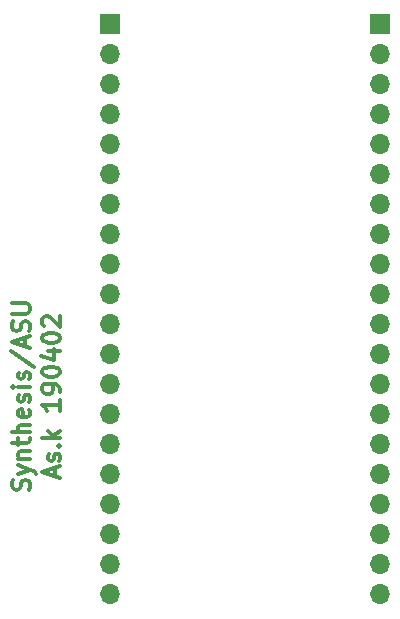
<source format=gbr>
G04 #@! TF.FileFunction,Copper,L1,Top,Signal*
%FSLAX46Y46*%
G04 Gerber Fmt 4.6, Leading zero omitted, Abs format (unit mm)*
G04 Created by KiCad (PCBNEW 4.0.7) date Tuesday, April 30, 2019 'PMt' 04:55:04 PM*
%MOMM*%
%LPD*%
G01*
G04 APERTURE LIST*
%ADD10C,0.100000*%
%ADD11C,0.300000*%
%ADD12R,1.700000X1.700000*%
%ADD13O,1.700000X1.700000*%
G04 APERTURE END LIST*
D10*
D11*
X122649143Y-102924572D02*
X122720571Y-102710286D01*
X122720571Y-102353143D01*
X122649143Y-102210286D01*
X122577714Y-102138857D01*
X122434857Y-102067429D01*
X122292000Y-102067429D01*
X122149143Y-102138857D01*
X122077714Y-102210286D01*
X122006286Y-102353143D01*
X121934857Y-102638857D01*
X121863429Y-102781715D01*
X121792000Y-102853143D01*
X121649143Y-102924572D01*
X121506286Y-102924572D01*
X121363429Y-102853143D01*
X121292000Y-102781715D01*
X121220571Y-102638857D01*
X121220571Y-102281715D01*
X121292000Y-102067429D01*
X121720571Y-101567429D02*
X122720571Y-101210286D01*
X121720571Y-100853144D02*
X122720571Y-101210286D01*
X123077714Y-101353144D01*
X123149143Y-101424572D01*
X123220571Y-101567429D01*
X121720571Y-100281715D02*
X122720571Y-100281715D01*
X121863429Y-100281715D02*
X121792000Y-100210287D01*
X121720571Y-100067429D01*
X121720571Y-99853144D01*
X121792000Y-99710287D01*
X121934857Y-99638858D01*
X122720571Y-99638858D01*
X121720571Y-99138858D02*
X121720571Y-98567429D01*
X121220571Y-98924572D02*
X122506286Y-98924572D01*
X122649143Y-98853144D01*
X122720571Y-98710286D01*
X122720571Y-98567429D01*
X122720571Y-98067429D02*
X121220571Y-98067429D01*
X122720571Y-97424572D02*
X121934857Y-97424572D01*
X121792000Y-97496001D01*
X121720571Y-97638858D01*
X121720571Y-97853143D01*
X121792000Y-97996001D01*
X121863429Y-98067429D01*
X122649143Y-96138858D02*
X122720571Y-96281715D01*
X122720571Y-96567429D01*
X122649143Y-96710286D01*
X122506286Y-96781715D01*
X121934857Y-96781715D01*
X121792000Y-96710286D01*
X121720571Y-96567429D01*
X121720571Y-96281715D01*
X121792000Y-96138858D01*
X121934857Y-96067429D01*
X122077714Y-96067429D01*
X122220571Y-96781715D01*
X122649143Y-95496001D02*
X122720571Y-95353144D01*
X122720571Y-95067429D01*
X122649143Y-94924572D01*
X122506286Y-94853144D01*
X122434857Y-94853144D01*
X122292000Y-94924572D01*
X122220571Y-95067429D01*
X122220571Y-95281715D01*
X122149143Y-95424572D01*
X122006286Y-95496001D01*
X121934857Y-95496001D01*
X121792000Y-95424572D01*
X121720571Y-95281715D01*
X121720571Y-95067429D01*
X121792000Y-94924572D01*
X122720571Y-94210286D02*
X121720571Y-94210286D01*
X121220571Y-94210286D02*
X121292000Y-94281715D01*
X121363429Y-94210286D01*
X121292000Y-94138858D01*
X121220571Y-94210286D01*
X121363429Y-94210286D01*
X122649143Y-93567429D02*
X122720571Y-93424572D01*
X122720571Y-93138857D01*
X122649143Y-92996000D01*
X122506286Y-92924572D01*
X122434857Y-92924572D01*
X122292000Y-92996000D01*
X122220571Y-93138857D01*
X122220571Y-93353143D01*
X122149143Y-93496000D01*
X122006286Y-93567429D01*
X121934857Y-93567429D01*
X121792000Y-93496000D01*
X121720571Y-93353143D01*
X121720571Y-93138857D01*
X121792000Y-92996000D01*
X121149143Y-91210286D02*
X123077714Y-92496000D01*
X122292000Y-90781714D02*
X122292000Y-90067428D01*
X122720571Y-90924571D02*
X121220571Y-90424571D01*
X122720571Y-89924571D01*
X122649143Y-89496000D02*
X122720571Y-89281714D01*
X122720571Y-88924571D01*
X122649143Y-88781714D01*
X122577714Y-88710285D01*
X122434857Y-88638857D01*
X122292000Y-88638857D01*
X122149143Y-88710285D01*
X122077714Y-88781714D01*
X122006286Y-88924571D01*
X121934857Y-89210285D01*
X121863429Y-89353143D01*
X121792000Y-89424571D01*
X121649143Y-89496000D01*
X121506286Y-89496000D01*
X121363429Y-89424571D01*
X121292000Y-89353143D01*
X121220571Y-89210285D01*
X121220571Y-88853143D01*
X121292000Y-88638857D01*
X121220571Y-87996000D02*
X122434857Y-87996000D01*
X122577714Y-87924572D01*
X122649143Y-87853143D01*
X122720571Y-87710286D01*
X122720571Y-87424572D01*
X122649143Y-87281714D01*
X122577714Y-87210286D01*
X122434857Y-87138857D01*
X121220571Y-87138857D01*
X124842000Y-101781713D02*
X124842000Y-101067427D01*
X125270571Y-101924570D02*
X123770571Y-101424570D01*
X125270571Y-100924570D01*
X125199143Y-100495999D02*
X125270571Y-100353142D01*
X125270571Y-100067427D01*
X125199143Y-99924570D01*
X125056286Y-99853142D01*
X124984857Y-99853142D01*
X124842000Y-99924570D01*
X124770571Y-100067427D01*
X124770571Y-100281713D01*
X124699143Y-100424570D01*
X124556286Y-100495999D01*
X124484857Y-100495999D01*
X124342000Y-100424570D01*
X124270571Y-100281713D01*
X124270571Y-100067427D01*
X124342000Y-99924570D01*
X125127714Y-99210284D02*
X125199143Y-99138856D01*
X125270571Y-99210284D01*
X125199143Y-99281713D01*
X125127714Y-99210284D01*
X125270571Y-99210284D01*
X125270571Y-98495998D02*
X123770571Y-98495998D01*
X124699143Y-98353141D02*
X125270571Y-97924570D01*
X124270571Y-97924570D02*
X124842000Y-98495998D01*
X125270571Y-95353141D02*
X125270571Y-96210284D01*
X125270571Y-95781712D02*
X123770571Y-95781712D01*
X123984857Y-95924569D01*
X124127714Y-96067427D01*
X124199143Y-96210284D01*
X125270571Y-94638856D02*
X125270571Y-94353141D01*
X125199143Y-94210284D01*
X125127714Y-94138856D01*
X124913429Y-93995998D01*
X124627714Y-93924570D01*
X124056286Y-93924570D01*
X123913429Y-93995998D01*
X123842000Y-94067427D01*
X123770571Y-94210284D01*
X123770571Y-94495998D01*
X123842000Y-94638856D01*
X123913429Y-94710284D01*
X124056286Y-94781713D01*
X124413429Y-94781713D01*
X124556286Y-94710284D01*
X124627714Y-94638856D01*
X124699143Y-94495998D01*
X124699143Y-94210284D01*
X124627714Y-94067427D01*
X124556286Y-93995998D01*
X124413429Y-93924570D01*
X123770571Y-92995999D02*
X123770571Y-92853142D01*
X123842000Y-92710285D01*
X123913429Y-92638856D01*
X124056286Y-92567427D01*
X124342000Y-92495999D01*
X124699143Y-92495999D01*
X124984857Y-92567427D01*
X125127714Y-92638856D01*
X125199143Y-92710285D01*
X125270571Y-92853142D01*
X125270571Y-92995999D01*
X125199143Y-93138856D01*
X125127714Y-93210285D01*
X124984857Y-93281713D01*
X124699143Y-93353142D01*
X124342000Y-93353142D01*
X124056286Y-93281713D01*
X123913429Y-93210285D01*
X123842000Y-93138856D01*
X123770571Y-92995999D01*
X124270571Y-91210285D02*
X125270571Y-91210285D01*
X123699143Y-91567428D02*
X124770571Y-91924571D01*
X124770571Y-90995999D01*
X123770571Y-90138857D02*
X123770571Y-89996000D01*
X123842000Y-89853143D01*
X123913429Y-89781714D01*
X124056286Y-89710285D01*
X124342000Y-89638857D01*
X124699143Y-89638857D01*
X124984857Y-89710285D01*
X125127714Y-89781714D01*
X125199143Y-89853143D01*
X125270571Y-89996000D01*
X125270571Y-90138857D01*
X125199143Y-90281714D01*
X125127714Y-90353143D01*
X124984857Y-90424571D01*
X124699143Y-90496000D01*
X124342000Y-90496000D01*
X124056286Y-90424571D01*
X123913429Y-90353143D01*
X123842000Y-90281714D01*
X123770571Y-90138857D01*
X123913429Y-89067429D02*
X123842000Y-88996000D01*
X123770571Y-88853143D01*
X123770571Y-88496000D01*
X123842000Y-88353143D01*
X123913429Y-88281714D01*
X124056286Y-88210286D01*
X124199143Y-88210286D01*
X124413429Y-88281714D01*
X125270571Y-89138857D01*
X125270571Y-88210286D01*
D12*
X129540000Y-63500000D03*
D13*
X129540000Y-66040000D03*
X129540000Y-68580000D03*
X129540000Y-71120000D03*
X129540000Y-73660000D03*
X129540000Y-76200000D03*
X129540000Y-78740000D03*
X129540000Y-81280000D03*
X129540000Y-83820000D03*
X129540000Y-86360000D03*
X129540000Y-88900000D03*
X129540000Y-91440000D03*
X129540000Y-93980000D03*
X129540000Y-96520000D03*
X129540000Y-99060000D03*
X129540000Y-101600000D03*
X129540000Y-104140000D03*
X129540000Y-106680000D03*
X129540000Y-109220000D03*
X129540000Y-111760000D03*
D12*
X152400000Y-63500000D03*
D13*
X152400000Y-66040000D03*
X152400000Y-68580000D03*
X152400000Y-71120000D03*
X152400000Y-73660000D03*
X152400000Y-76200000D03*
X152400000Y-78740000D03*
X152400000Y-81280000D03*
X152400000Y-83820000D03*
X152400000Y-86360000D03*
X152400000Y-88900000D03*
X152400000Y-91440000D03*
X152400000Y-93980000D03*
X152400000Y-96520000D03*
X152400000Y-99060000D03*
X152400000Y-101600000D03*
X152400000Y-104140000D03*
X152400000Y-106680000D03*
X152400000Y-109220000D03*
X152400000Y-111760000D03*
M02*

</source>
